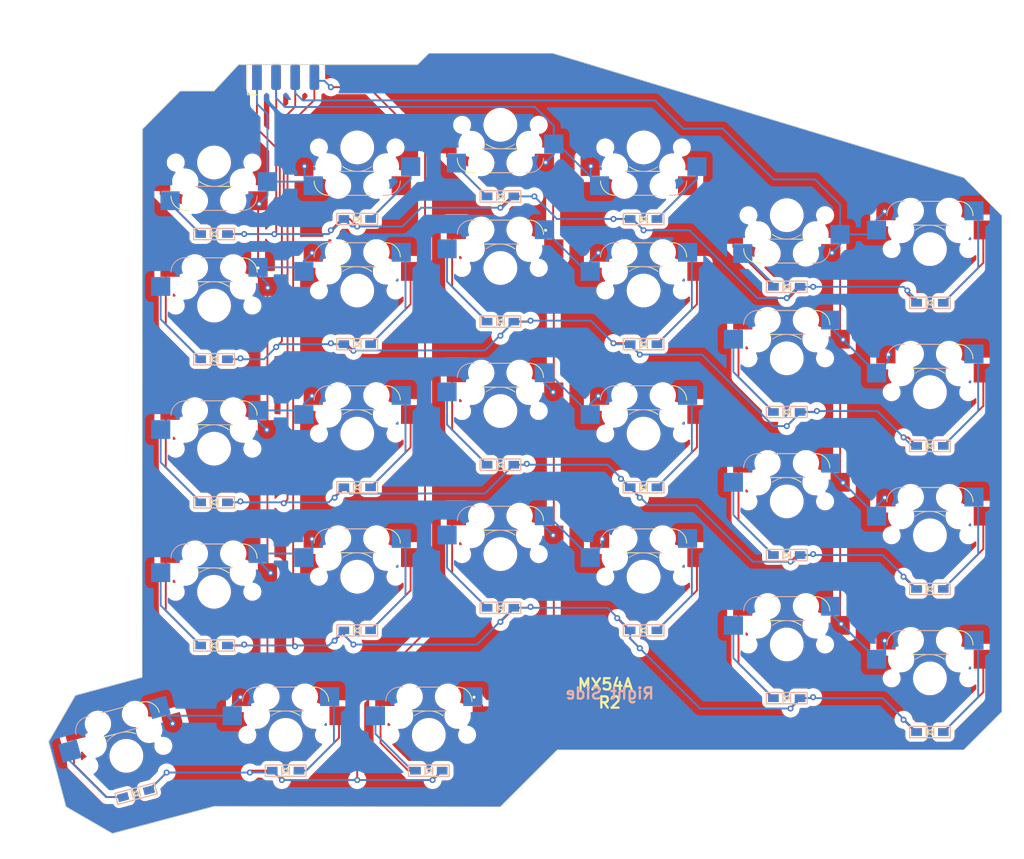
<source format=kicad_pcb>
(kicad_pcb (version 20221018) (generator pcbnew)
  (title_block (title "Pragmatic 54A (Duplex Matrix)") (date "2023-10-16") (rev "2.1") (company "Pragmatic Inc.") (comment 1 "by James Sa"))
  (layers (0 "F.Cu" signal) (31 "B.Cu" signal) (34 "B.Paste" user) (35 "F.Paste" user) (36 "B.SilkS" user "B.Silkscreen") (37 "F.SilkS" user "F.Silkscreen") (38 "B.Mask" user) (39 "F.Mask" user) (44 "Edge.Cuts" user))
  (net 0 "")
  (net 1 "Row 1")
  (net 2 "Net-(D1-A)")
  (net 3 "Net-(D2-K)")
  (net 4 "Net-(D3-A)")
  (net 5 "Net-(D4-K)")
  (net 6 "Net-(D5-A)")
  (net 7 "Net-(D6-K)")
  (net 8 "Net-(D7-A)")
  (net 9 "Net-(D8-K)")
  (net 10 "Net-(D9-A)")
  (net 11 "Net-(D10-K)")
  (net 12 "Net-(D11-A)")
  (net 13 "Net-(D12-K)")
  (net 14 "Row 2")
  (net 15 "Net-(D13-A)")
  (net 16 "Net-(D14-K)")
  (net 17 "Net-(D15-A)")
  (net 18 "Net-(D16-K)")
  (net 19 "Net-(D17-A)")
  (net 20 "Net-(D18-K)")
  (net 21 "Net-(D19-A)")
  (net 22 "Net-(D20-K)")
  (net 23 "Net-(D21-A)")
  (net 24 "Net-(D22-K)")
  (net 25 "Net-(D23-A)")
  (net 26 "Net-(D24-K)")
  (net 27 "Row 3")
  (net 28 "Net-(D25-A)")
  (net 29 "Net-(D26-K)")
  (net 30 "Net-(D27-A)")
  (net 31 "Net-(D28-K)")
  (net 32 "Net-(D29-A)")
  (net 33 "Net-(D30-K)")
  (net 34 "Net-(D31-A)")
  (net 35 "Net-(D32-K)")
  (net 36 "Net-(D33-A)")
  (net 37 "Net-(D34-K)")
  (net 38 "Net-(D35-A)")
  (net 39 "Net-(D36-K)")
  (net 40 "Row 4")
  (net 41 "Net-(D37-A)")
  (net 42 "Net-(D38-K)")
  (net 43 "Net-(D39-A)")
  (net 44 "Net-(D40-K)")
  (net 45 "Net-(D41-A)")
  (net 46 "Net-(D42-K)")
  (net 47 "Net-(D43-A)")
  (net 48 "Net-(D44-K)")
  (net 49 "Net-(D45-A)")
  (net 50 "Net-(D46-K)")
  (net 51 "Net-(D47-A)")
  (net 52 "Net-(D48-K)")
  (net 53 "Row 5")
  (net 54 "Net-(D52-K)")
  (net 55 "Net-(D53-A)")
  (net 56 "Net-(D54-K)")
  (net 57 "Net-(D55-A)")
  (net 58 "Net-(D56-K)")
  (net 59 "Net-(D57-A)")
  (net 60 "C12")
  (net 61 "C34")
  (net 62 "C56")
  (footprint "Keyboard_JSA:MX_Hotswap Reverse" (layer "F.Cu") (at 35.865 126.282 15)
    (fp_text reference "SW54" hide)
    (fp_text value "SW_Push_45deg" hide)
  )
  (footprint "Keyboard_JSA:MX_Hotswap" (layer "F.Cu") (at 123.5 111.5)
    (fp_text reference "SW47" hide)
    (fp_text value "SW_Push_45deg" hide)
  )
  (footprint "Keyboard_Foostan:D3_SMD_v2" (layer "F.Cu") (at 142.5 85.125)
    (fp_text reference "D13" hide)
    (fp_text value "1N4448W" hide)
  )
  (footprint "Keyboard_Foostan:D3_SMD_v2" (layer "F.Cu") (at 85.5 87.625)
    (fp_text reference "D28" hide)
    (fp_text value "1N4448W" hide)
  )
  (footprint "Keyboard_JSA:MX_Hotswap Reverse" (layer "F.Cu") (at 104.5 64.5)
    (fp_text reference "SW15" hide)
    (fp_text value "SW_Push_45deg" hide)
  )
  (footprint "Keyboard_JSA:MX_Hotswap" (layer "F.Cu") (at 47.5 104.5)
    (fp_text reference "SW43" hide)
    (fp_text value "SW_Push_45deg" hide)
  )
  (footprint "Keyboard_JSA:MX_Hotswap" (layer "F.Cu") (at 123.5 73.5)
    (fp_text reference "SW23" hide)
    (fp_text value "SW_Push_45deg" hide)
  )
  (footprint "Keyboard_JSA:MX_Hotswap Reverse" (layer "F.Cu") (at 104.5 83.5)
    (fp_text reference "SW27" hide)
    (fp_text value "SW_Push_45deg" hide)
  )
  (footprint "Keyboard_JSA:MX_Hotswap Reverse" (layer "F.Cu") (at 142.5 78)
    (fp_text reference "SW13" hide)
    (fp_text value "SW_Push_45deg" hide)
  )
  (footprint "Keyboard_Foostan:D3_SMD_v2" (layer "F.Cu") (at 85.5 52)
    (fp_text reference "D4" hide)
    (fp_text value "1N4448W" hide)
  )
  (footprint "Keyboard_JSA:MX_Hotswap Reverse" (layer "F.Cu") (at 142.5 59)
    (fp_text reference "SW1" hide)
    (fp_text value "SW_Push_45deg" hide)
  )
  (footprint "Keyboard_Foostan:D3_SMD_v2" (layer "F.Cu") (at 37.15 131.3 15)
    (fp_text reference "D54" hide)
    (fp_text value "1N4448W" hide)
  )
  (footprint "Keyboard_JSA:MX_Hotswap Reverse" (layer "F.Cu") (at 47.5 47.5 180)
    (fp_text reference "SW6" hide)
    (fp_text value "SW_Push_45deg" hide)
  )
  (footprint "Keyboard_Foostan:D3_SMD_v2" (layer "F.Cu") (at 47.5 92.625)
    (fp_text reference "D30" hide)
    (fp_text value "1N4448W" hide)
  )
  (footprint "Keyboard_Foostan:D3_SMD_v2" (layer "F.Cu") (at 142.5 123.125)
    (fp_text reference "D37" hide)
    (fp_text value "1N4448W" hide)
  )
  (footprint "Keyboard_JSA:MX_Hotswap" (layer "F.Cu") (at 142.5 78)
    (fp_text reference "SW24" hide)
    (fp_text value "SW_Push_45deg" hide)
  )
  (footprint "Keyboard_JSA:MX_Hotswap" (layer "F.Cu") (at 85.5 42.5 180)
    (fp_text reference "SW9" hide)
    (fp_text value "SW_Push_45deg" hide)
  )
  (footprint "Keyboard_JSA:MX_Hotswap" (layer "F.Cu") (at 104.5 45.5 180)
    (fp_text reference "SW10" hide)
    (fp_text value "SW_Push_45deg" hide)
  )
  (footprint "Keyboard_JSA:MX_Hotswap Reverse" (layer "F.Cu") (at 76 123.5)
    (fp_text reference "SW52" hide)
    (fp_text value "SW_Push_45deg" hide)
  )
  (footprint "Keyboard_JSA:MX_Hotswap Reverse" (layer "F.Cu") (at 66.5 83.5)
    (fp_text reference "SW29" hide)
    (fp_text value "SW_Push_45deg" hide)
  )
  (footprint "Keyboard_Foostan:D3_SMD_v2" (layer "F.Cu") (at 142.5 104.125)
    (fp_text reference "D25" hide)
    (fp_text value "1N4448W" hide)
  )
  (footprint "Keyboard_JSA:MX_Hotswap" (layer "F.Cu") (at 85.5 80.5)
    (fp_text reference "SW33" hide)
    (fp_text value "SW_Push_45deg" hide)
  )
  (footprint "Keyboard_Foostan:D3_SMD_v2" (layer "F.Cu") (at 57 128.25)
    (fp_text reference "D53" hide)
    (fp_text value "1N4448W" hide)
  )
  (footprint "Keyboard_Foostan:D3_SMD_v2" (layer "F.Cu") (at 123.5 64)
    (fp_text reference "D2" hide)
    (fp_text value "1N4448W" hide)
  )
  (footprint "Keyboard_JSA:MX_Hotswap" (layer "F.Cu") (at 104.5 64.5)
    (fp_text reference "SW22" hide)
    (fp_text value "SW_Push_45deg" hide)
  )
  (footprint "Keyboard_JSA:MX_Hotswap Reverse" (layer "F.Cu") (at 66.5 64.5)
    (fp_text reference "SW17" hide)
    (fp_text value "SW_Push_45deg" hide)
  )
  (footprint "Keyboard_JSA:MX_Hotswap" (layer "F.Cu") (at 76 123.5)
    (fp_text reference "SW57" hide)
    (fp_text value "SW_Push_45deg" hide)
  )
  (footprint "Keyboard_JSA:MX_Hotswap" (layer "F.Cu") (at 35.865 126.282 15)
    (fp_text reference "SW55" hide)
    (fp_text value "SW_Push_45deg" hide)
  )
  (footprint "Keyboard_JSA:MX_Hotswap Reverse" (layer "F.Cu") (at 66.5 102.5)
    (fp_text reference "SW41" hide)
    (fp_text value "SW_Push_45deg" hide)
  )
  (footprint "Keyboard_JSA:MX_Hotswap Reverse" (layer "F.Cu") (at 85.5 80.5)
    (fp_text reference "SW28" hide)
    (fp_text value "SW_Push_45deg" hide)
  )
  (footprint "Keyboard_JSA:MX_Hotswap" (layer "F.Cu") (at 123.5 54.5 180)
    (fp_text reference "SW11" hide)
    (fp_text value "SW_Push_45deg" hide)
  )
  (footprint "Keyboard_Foostan:D3_SMD_v2" (layer "F.Cu") (at 123.5 99.625)
    (fp_text reference "D26" hide)
    (fp_text value "1N4448W" hide)
  )
  (footprint "Keyboard_JSA:MX_Hotswap Reverse" (layer "F.Cu") (at 123.5 111.5)
    (fp_text reference "SW38" hide)
    (fp_text value "SW_Push_45deg" hide)
  )
  (footprint "Keyboard_JSA:MX_Hotswap" (layer "F.Cu") (at 85.5 61.5)
    (fp_text reference "SW21" hide)
    (fp_text value "SW_Push_45deg" hide)
  )
  (footprint "Keyboard_JSA:MX_Hotswap" (layer "F.Cu") (at 85.5 99.5)
    (fp_text reference "SW45" hide)
    (fp_text value "SW_Push_45deg" hide)
  )
  (footprint "Keyboard_JSA:MX_Hotswap" (layer "F.Cu") (at 47.5 66.5)
    (fp_text reference "SW19" hide)
    (fp_text value "SW_Push_45deg" hide)
  )
  (footprint "Keyboard_JSA:MX_Hotswap" (layer "F.Cu") (at 142.5 97)
    (fp_text reference "SW36" hide)
    (fp_text value "SW_Push_45deg" hide)
  )
  (footprint "Keyboard_JSA:MX_Hotswap Reverse" (layer "F.Cu") (at 123.5 54.5 180)
    (fp_text reference "SW2" hide)
    (fp_text value "SW_Push_45deg" hide)
  )
  (footprint "Keyboard_JSA:MX_Hotswap" (layer "F.Cu") (at 66.5 64.5)
    (fp_text reference "SW20" hide)
    (fp_text value "SW_Push_45deg" hide)
  )
  (footprint "Keyboard_Foostan:D3_SMD_v2" (layer "F.Cu") (at 47.5 73.625)
    (fp_text reference "D18" hide)
    (fp_text value "1N4448W" hide)
  )
  (footprint "Keyboard_Foostan:D3_SMD_v2" (layer "F.Cu") (at 104.5 55)
    (fp_text reference "D3" hide)
    (fp_text value "1N4448W" hide)
  )
  (footprint "Keyboard_JSA:MX_Hotswap" (layer "F.Cu") (at 104.5 83.5)
    (fp_text reference "SW34" hide)
    (fp_text value "SW_Push_45deg" hide)
  )
  (footprint "Keyboard_JSA:MX_Hotswap" (layer "F.Cu") (at 66.5 102.5)
    (fp_text reference "SW44" hide)
    (fp_text value "SW_Push_45deg" hide)
  )
  (footprint "Keyboard_JSA:MX_Hotswap" (layer "F.Cu") (at 142.5 116)
    (fp_text reference "SW48" hide)
    (fp_text value "SW_Push_45deg" hide)
  )
  (footprint "Keyboard_JSA:MX_Hotswap Reverse" (layer "F.Cu") (at 47.5 104.5)
    (fp_text reference "SW42" hide)
    (fp_text value "SW_Push_45deg" hide)
  )
  (footprint "Keyboard_JSA:MX_Hotswap" (layer "F.Cu") (at 104.5 102.5)
    (fp_text reference "SW46" hide)
    (fp_text value "SW_Push_45deg" hide)
  )
  (footprint "Keyboard_Foostan:D3_SMD_v2" (layer "F.Cu") (at 123.5 80.625)
    (fp_text reference "D14" hide)
    (fp_text value "1N4448W" hide)
  )
  (footprint "Keyboard_Foostan:D3_SMD_v2" (layer "F.Cu") (at 47.5 57)
    (fp_text reference "D6" hide)
    (fp_text value "1N4448W" hide)
  )
  (footprint "Keyboard_Foostan:D3_SMD_v2" (layer "F.Cu") (at 104.5 71.625)
    (fp_text reference "D15" hide)
    (fp_text value "1N4448W" hide)
  )
  (footprint "Keyboard_Foostan:D3_SMD_v2" (layer "F.Cu") (at 47.5 111.625)
    (fp_text reference "D42" hide)
    (fp_text value "1N4448W" hide)
  )
  (footprint "Keyboard_JSA:MX_Hotswap Reverse" (layer "F.Cu") (at 85.5 61.5)
    (fp_text reference "SW16" hide)
    (fp_text value "SW_Push_45deg" hide)
  )
  (footprint "Keyboard_Foostan:D3_SMD_v2" (layer "F.Cu") (at 123.5 118.625)
    (fp_text reference "D38" hide)
    (fp_text value "1N4448W" hide)
  )
  (footprint "Keyboard_JSA:matrix_connector" (layer "F.Cu") (at 57 34.5 -90)
    (fp_text reference "J1" hide)
    (fp_text value "Conn_02x04_Odd_Even")
    (fp_line (start 0 -4.75) (end 0 4.75) (stroke (width 0.12)) (layer "Edge.Cuts"))
  )
  (footprint "Keyboard_JSA:MX_Hotswap Reverse" (layer "F.Cu") (at 104.5 102.5)
    (fp_text reference "SW39" hide)
    (fp_text value "SW_Push_45deg" hide)
  )
  (footprint "Keyboard_Foostan:D3_SMD_v2" (layer "F.Cu") (at 66.5 109.625)
    (fp_text reference "D41" hide)
    (fp_text value "1N4448W" hide)
  )
  (footprint "Keyboard_JSA:MX_Hotswap" (layer "F.Cu") (at 66.5 45.5 180)
    (fp_text reference "SW8" hide)
    (fp_text value "SW_Push_45deg" hide)
  )
  (footprint "Keyboard_JSA:MX_Hotswap Reverse" (layer "F.Cu") (at 66.5 45.5 180)
    (fp_text reference "SW5" hide)
    (fp_text value "SW_Push_45deg" hide)
  )
  (footprint "Keyboard_Foostan:D3_SMD_v2" (layer "F.Cu") (at 66.5 55)
    (fp_text reference "D5" hide)
    (fp_text value "1N4448W" hide)
  )
  (footprint "Keyboard_JSA:MX_Hotswap" (layer "F.Cu") (at 66.5 83.5)
    (fp_text reference "SW32" hide)
    (fp_text value "SW_Push_45deg" hide)
  )
  (footprint "Keyboard_Foostan:D3_SMD_v2" (layer "F.Cu") (at 66.5 71.625)
    (fp_text reference "D17" hide)
    (fp_text value "1N4448W" hide)
  )
  (footprint "Keyboard_JSA:MX_Hotswap Reverse" (layer "F.Cu") (at 47.5 66.5)
    (fp_text reference "SW18" hide)
    (fp_text value "SW_Push_45deg" hide)
  )
  (footprint "Keyboard_JSA:MX_Hotswap Reverse" (layer "F.Cu") (at 123.5 92.5)
    (fp_text reference "SW26" hide)
    (fp_text value "SW_Push_45deg" hide)
  )
  (footprint "Keyboard_JSA:MX_Hotswap Reverse" (layer "F.Cu") (at 57 123.5)
    (fp_text reference "SW53" hide)
    (fp_text value "SW_Push_45deg" hide)
  )
  (footprint "Keyboard_JSA:MX_Hotswap Reverse" (layer "F.Cu") (at 85.5 42.5 180)
    (fp_text reference "SW4" hide)
    (fp_text value "SW_Push_45deg" hide)
  )
  (footprint "Keyboard_Foostan:D3_SMD_v2" (layer "F.Cu") (at 76 128.25)
    (fp_text reference "D52" hide)
    (fp_text value "1N4448W" hide)
  )
  (footprint "Keyboard_JSA:MX_Hotswap Reverse" (layer "F.Cu") (at 123.5 73.5)
    (fp_text reference "SW14" hide)
    (fp_text value "SW_Push_45deg" hide)
  )
  (footprint "Keyboard_Foostan:D3_SMD_v2" (layer "F.Cu") (at 85.5 106.625)
    (fp_text reference "D40" hide)
    (fp_text value "1N4448W" hide)
  )
  (footprint "Keyboard_JSA:MX_Hotswap Reverse" (layer "F.Cu") (at 142.5 116)
    (fp_text reference "SW37" hide)
    (fp_text value "SW_Push_45deg" hide)
  )
  (footprint "Keyboard_Foostan:D3_SMD_v2" (layer "F.Cu") (at 66.5 90.625)
    (fp_text reference "D29" hide)
    (fp_text value "1N4448W" hide)
  )
  (footprint "Keyboard_JSA:MX_Hotswap" (layer "F.Cu") (at 142.5 59)
    (fp_text reference "SW12" hide)
    (fp_text value "SW_Push_45deg" hide)
  )
  (footprint "Keyboard_JSA:MX_Hotswap" (layer "F.Cu") (at 47.5 85.5)
    (fp_text reference "SW31" hide)
    (fp_text value "SW_Push_45deg" hide)
  )
  (footprint "Keyboard_Foostan:D3_SMD_v2" (layer "F.Cu") (at 104.5 109.625)
    (fp_text reference "D39" hide)
    (fp_text value "1N4448W" hide)
  )
  (footprint "Keyboard_JSA:MX_Hotswap Reverse" (layer "F.Cu") (at 142.5 97)
    (fp_text reference "SW25" hide)
    (fp_text value "SW_Push_45deg" hide)
  )
  (footprint "Keyboard_JSA:MX_Hotswap" (layer "F.Cu") (at 123.5 92.5)
    (fp_text reference "SW35" hide)
    (fp_text value "SW_Push_45deg" hide)
  )
  (footprint "Keyboard_JSA:MX_Hotswap Reverse" (layer "F.Cu") (at 47.5 85.5)
    (fp_text reference "SW30" hide)
    (fp_text value "SW_Push_45deg" hide)
  )
  (footprint "Keyboard_Foostan:D3_SMD_v2" (layer "F.Cu") (at 104.5 90.625)
    (fp_text reference "D27" hide)
    (fp_text value "1N4448W" hide)
  )
  (footprint "Keyboard_JSA:MX_Hotswap" (layer "F.Cu") (at 57 123.5)
    (fp_text reference "SW56" hide)
    (fp_text value "SW_Push_45deg" hide)
  )
  (footprint "Keyboard_JSA:MX_Hotswap" (layer "F.Cu") (at 47.5 47.5 180)
    (fp_text reference "SW7" hide)
    (fp_text value "SW_Push_45deg" hide)
  )
  (footprint "Keyboard_JSA:MX_Hotswap Reverse" (layer "F.Cu") (at 104.5 45.5 180)
    (fp_text reference "SW3" hide)
    (fp_text value "SW_Push_45deg" hide)
  )
  (footprint "Keyboard_JSA:MX_Hotswap Reverse" (layer "F.Cu") (at 85.5 99.5)
    (fp_text reference "SW40" hide)
    (fp_text value "SW_Push_45deg" hide)
  )
  (footprint "Keyboard_Foostan:D3_SMD_v2" (layer "F.Cu") (at 85.5 68.625)
    (fp_text reference "D16" hide)
    (fp_text value "1N4448W" hide)
  )
  (footprint "Keyboard_Foostan:D3_SMD_v2" (layer "F.Cu") (at 142.5 66.125)
    (fp_text reference "D1" hide)
    (fp_text value "1N4448W" hide)
  )
  (footprint "Keyboard_Foostan:D3_SMD_v2" (layer "B.Cu") (at 66.5 71.625 180)
    (fp_text reference "D20" hide)
    (fp_text value "1N4448W" hide)
  )
  (footprint "Keyboard_Foostan:D3_SMD_v2" (layer "B.Cu") (at 47.5 57 180)
    (fp_text reference "D7" hide)
    (fp_text value "1N4448W" hide)
  )
  (footprint "Keyboard_Foostan:D3_SMD_v2" (layer "B.Cu") (at 66.5 55 180)
    (fp_text reference "D8" hide)
    (fp_text value "1N4448W" hide)
  )
  (footprint "Keyboard_Foostan:D3_SMD_v2" (layer "B.Cu") (at 123.5 99.625 180)
    (fp_text reference "D35" hide)
    (fp_text value "1N4448W" hide)
  )
  (footprint "Keyboard_Foostan:D3_SMD_v2" (layer "B.Cu") (at 66.5 90.625 180)
    (fp_text reference "D32" hide)
    (fp_text value "1N4448W" hide)
  )
  (footprint "Keyboard_Foostan:D3_SMD_v2" (layer "B.Cu") (at 104.5 55 180)
    (fp_text reference "D10" hide)
    (fp_text value "1N4448W" hide)
  )
  (footprint "Keyboard_Foostan:D3_SMD_v2" (layer "B.Cu") (at 123.5 64 180)
    (fp_text reference "D11" hide)
    (fp_text value "1N4448W" hide)
  )
  (footprint "Keyboard_Foostan:D3_SMD_v2" (layer "B.Cu") (at 85.5 106.625 180)
    (fp_text reference "D45" hide)
    (fp_text value "1N4448W" hide)
  )
  (footprint "Keyboard_Foostan:D3_SMD_v2" (layer "B.Cu") (at 142.5 123.125 180)
    (fp_text reference "D48" hide)
    (fp_text value "1N4448W" hide)
  )
  (footprint "Keyboard_Foostan:D3_SMD_v2" (layer "B.Cu") (at 142.5 104.125 180)
    (fp_text reference "D36" hide)
    (fp_text value "1N4448W" hide)
  )
  (footprint "Keyboard_Foostan:D3_SMD_v2" (layer "B.Cu") (at 47.5 111.625 180)
    (fp_text reference "D43" hide)
    (fp_text value "1N4448W" hide)
  )
  (footprint "Keyboard_Foostan:D3_SMD_v2" (layer "B.Cu") (at 142.5 66.125 180)
    (fp_text reference "D12" hide)
    (fp_text value "1N4448W" hide)
  )
  (footprint "Keyboard_Foostan:D3_SMD_v2" (layer "B.Cu") (at 85.5 52 180)
    (fp_text reference "D9" hide)
    (fp_text value "1N4448W" hide)
  )
  (footprint "Keyboard_Foostan:D3_SMD_v2" (layer "B.Cu") (at 47.5 73.625 180)
    (fp_text reference "D19" hide)
    (fp_text value "1N4448W" hide)
  )
  (footprint "Keyboard_Foostan:D3_SMD_v2" (layer "B.Cu") (at 57 128.25 180)
    (fp_text reference "D56" hide)
    (fp_text value "1N4448W" hide)
  )
  (footprint "Keyboard_Foostan:D3_SMD_v2" (layer "B.Cu") (at 85.5 68.625 180)
    (fp_text reference "D21" hide)
    (fp_text value "1N4448W" hide)
  )
  (footprint "Keyboard_Foostan:D3_SMD_v2" (layer "B.Cu") (at 37.15 131.3 -165)
    (fp_text reference "D55" hide)
    (fp_text value "1N4448W" hide)
  )
  (footprint "Keyboard_Foostan:D3_SMD_v2" (layer "B.Cu") (at 104.5 90.625 180)
    (fp_text reference "D34" hide)
    (fp_text value "1N4448W" hide)
  )
  (footprint "Keyboard_Foostan:D3_SMD_v2" (layer "B.Cu") (at 104.5 109.625 180)
    (fp_text reference "D46" hide)
    (fp_text value "1N4448W" hide)
  )
  (footprint "Keyboard_Foostan:D3_SMD_v2" (layer "B.Cu") (at 47.5 92.625 180)
    (fp_text reference "D31" hide)
    (fp_text value "1N4448W" hide)
  )
  (footprint "Keyboard_Foostan:D3_SMD_v2" (layer "B.Cu") (at 123.5 118.625 180)
    (fp_text reference "D47" hide)
    (fp_text value "1N4448W" hide)
  )
  (footprint "Keyboard_Foostan:D3_SMD_v2" (layer "B.Cu") (at 76 128.25 180)
    (fp_text reference "D57" hide)
    (fp_text value "1N4448W" hide)
  )
  (footprint "Keyboard_Foostan:D3_SMD_v2" (layer "B.Cu") (at 142.5 85.125 180)
    (fp_text reference "D24" hide)
    (fp_text value "1N4448W" hide)
  )
  (footprint "Keyboard_Foostan:D3_SMD_v2" (layer "B.Cu") (at 85.5 87.625 180)
    (fp_text reference "D33" hide)
    (fp_text value "1N4448W" hide)
  )
  (footprint "Keyboard_Foostan:D3_SMD_v2" (layer "B.Cu") (at 66.5 109.625 180)
    (fp_text reference "D44" hide)
    (fp_text value "1N4448W" hide)
  )
  (footprint "Keyboard_Foostan:D3_SMD_v2" (layer "B.Cu") (at 104.5 71.625 180)
    (fp_text reference "D22" hide)
    (fp_text value "1N4448W" hide)
  )
  (footprint "Keyboard_Foostan:D3_SMD_v2" (layer "B.Cu") (at 123.5 80.625 180)
    (fp_text reference "D23" hide)
    (fp_text value "1N4448W" hide)
  )
  (gr_line (start 38 43.05) (end 43 38) (stroke (width 0.1)) (layer "Edge.Cuts"))
  (gr_line (start 85.5 133.05) (end 93.05 125.5) (stroke (width 0.1)) (layer "Edge.Cuts"))
  (gr_line (start 147 49.5) (end 152.05 54.55) (stroke (width 0.1)) (layer "Edge.Cuts"))
  (gr_line (start 76 33) (end 74.5 34.5) (stroke (width 0.1)) (layer "Edge.Cuts"))
  (gr_line (start 50.75 34.5) (end 47.5 38) (stroke (width 0.1)) (layer "Edge.Cuts"))
  (gr_line (start 152.05 54.55) (end 152.05 120.45) (stroke (width 0.1)) (layer "Edge.Cuts"))
  (gr_line (start 29.1 118.25) (end 37.95 115.85) (stroke (width 0.1)) (layer "Edge.Cuts"))
  (gr_line (start 76 33) (end 92.5 33) (stroke (width 0.1)) (layer "Edge.Cuts"))
  (gr_line (start 147 125.5) (end 93.05 125.5) (stroke (width 0.1)) (layer "Edge.Cuts"))
  (gr_line (start 92.5 33) (end 147 49.5) (stroke (width 0.1)) (layer "Edge.Cuts"))
  (gr_line (start 47.5 38) (end 43 38) (stroke (width 0.1)) (layer "Edge.Cuts"))
  (gr_line (start 25.55 124.4) (end 29.1 118.25) (stroke (width 0.1)) (layer "Edge.Cuts"))
  (gr_line (start 37.95 115.85) (end 38 43.05) (stroke (width 0.1)) (layer "Edge.Cuts"))
  (gr_line (start 27.85 133.05) (end 34 136.6) (stroke (width 0.1)) (layer "Edge.Cuts"))
  (gr_line (start 61.75 34.5) (end 74.5 34.5) (stroke (width 0.1)) (layer "Edge.Cuts"))
  (gr_line (start 147 125.5) (end 152.05 120.45) (stroke (width 0.1)) (layer "Edge.Cuts"))
  (gr_line (start 47.5 133) (end 34 136.6) (stroke (width 0.1)) (layer "Edge.Cuts"))
  (gr_line (start 85.5 133.05) (end 47.5 133) (stroke (width 0.1)) (layer "Edge.Cuts"))
  (gr_line (start 27.85 133.05) (end 25.55 124.4) (stroke (width 0.1)) (layer "Edge.Cuts"))
  (gr_line (start 52.25 34.5) (end 50.75 34.5) (stroke (width 0.1)) (layer "Edge.Cuts"))
  (gr_text "Right Side" (at 100 118) (layer "B.SilkS") (effects (font (size 1.5 1.5) (thickness 0.3) bold) (justify mirror)))
  (gr_text "MX54A \nR2" (at 100 118) (layer "F.SilkS") (effects (font (size 1.5 1.5) (thickness 0.3) bold)))
  (segment (start 100.5 55) (end 102.725 55) (width 0.25) (layer "F.Cu") (net 1))
  (segment (start 102.725 55) (end 103 55) (width 0.25) (layer "F.Cu") (net 1))
  (segment (start 87.275 52) (end 90 52) (width 0.25) (layer "F.Cu") (net 1))
  (segment (start 64.5 55) (end 63 56.5) (width 0.25) (layer "F.Cu") (net 1))
  (segment (start 53.19 37.200125) (end 53.19 42.99) (width 0.25) (layer "F.Cu") (net 1))
  (segment (start 64.725 55) (end 64.5 55) (width 0.25) (layer "F.Cu") (net 1))
  (segment (start 103 55) (end 104.5 56.5) (width 0.25) (layer "F.Cu") (net 1))
  (segment (start 64.725 55) (end 65.5 55) (width 0.25) (layer "F.Cu") (net 1))
  (segment (start 139.5 64.9) (end 140.725 66.125) (width 0.25) (layer "F.Cu") (net 1))
  (segment (start 49.275 57) (end 51.5 57) (width 0.25) (layer "F.Cu") (net 1))
  (segment (start 123.775 65.5) (end 125.275 64) (width 0.25) (layer "F.Cu") (net 1))
  (segment (start 65.5 55) (end 66.5 56) (width 0.25) (layer "F.Cu") (net 1))
  (segment (start 55.75 45.55) (end 55.75 56.762653) (width 0.25) (layer "F.Cu") (net 1))
  (segment (start 125.275 64) (end 127 64) (width 0.25) (layer "F.Cu") (net 1))
  (segment (start 55.75 56.762653) (end 55.5 57.012653) (width 0.25) (layer "F.Cu") (net 1))
  (segment (start 87 52) (end 85.5 53.5) (width 0.25) (layer "F.Cu") (net 1))
  (segment (start 123.5 65.5) (end 123.775 65.5) (width 0.25) (layer "F.Cu") (net 1))
  (segment (start 139.5 64.5) (end 139.5 64.9) (width 0.25) (layer "F.Cu") (net 1))
  (segment (start 87.275 52) (end 87 52) (width 0.25) (layer "F.Cu") (net 1))
  (segment (start 53.19 42.99) (end 55.75 45.55) (width 0.25) (layer "F.Cu") (net 1))
  (via (at 55.5 57.012653) (size 0.8) (drill 0.4) (layers "F.Cu" "B.Cu") (net 1))
  (via (at 51.5 57) (size 0.8) (drill 0.4) (layers "F.Cu" "B.Cu") (net 1))
  (via (at 90 52) (size 0.8) (drill 0.4) (layers "F.Cu" "B.Cu") (net 1))
  (via (at 139.5 64.5) (size 0.8) (drill 0.4) (layers "F.Cu" "B.Cu") (net 1))
  (via (at 85.5 53.5) (size 0.8) (drill 0.4) (layers "F.Cu" "B.Cu") (net 1))
  (via (at 100.5 55) (size 0.8) (drill 0.4) (layers "F.Cu" "B.Cu") (net 1))
  (via (at 66.5 56) (size 0.8) (drill 0.4) (layers "F.Cu" "B.Cu") (net 1))
  (via (at 63 56.5) (size 0.8) (drill 0.4) (layers "F.Cu" "B.Cu") (net 1))
  (via (at 123.5 65.5) (size 0.8) (drill 0.4) (layers "F.Cu" "B.Cu") (net 1))
  (via (at 104.5 56.5) (size 0.8) (drill 0.4) (layers "F.Cu" "B.Cu") (net 1))
  (via (at 127 64) (size 0.8) (drill 0.4) (layers "F.Cu" "B.Cu") (net 1))
  (segment (start 102.725 55) (end 103 55) (width 0.25) (layer "B.Cu") (net 1))
  (segment (start 87.275 52) (end 90 52) (width 0.25) (layer "B.Cu") (net 1))
  (segment (start 72.5 56) (end 75 53.5) (width 0.25) (layer "B.Cu") (net 1))
  (segment (start 125 64) (end 123.5 65.5) (width 0.25) (layer "B.Cu") (net 1))
  (segment (start 49.275 57) (end 62.725 57) (width 0.25) (layer "B.Cu") (net 1))
  (segment (start 139 64) (end 139.5 64.5) (width 0.25) (layer "B.Cu") (net 1))
  (segment (start 127 64) (end 125.275 64) (width 0.25) (layer "B.Cu") (net 1))
  (segment (start 110.597 56.5) (end 119.597 65.5) (width 0.25) (layer "B.Cu") (net 1))
  (segment (start 119.597 65.5) (end 123.5 65.5) (width 0.25) (layer "B.Cu") (net 1))
  (segment (start 85.775 53.5) (end 87.275 52) (width 0.25) (layer "B.Cu") (net 1))
  (segment (start 64.725 55) (end 65.725 56) (width 0.25) (layer "B.Cu") (net 1))
  (segment (start 93 55) (end 100.5 55) (width 0.25) (layer "B.Cu") (net 1))
  (segment (start 62.725 57) (end 64.725 55) (width 0.25) (layer "B.Cu") (net 1))
  (segment (start 127 64) (end 139 64) (width 0.25) (layer "B.Cu") (net 1))
  (segment (start 90 52) (end 93 55) (width 0.25) (layer "B.Cu") (net 1))
  (segment (start 104.5 56.5) (end 110.597 56.5) (width 0.25) (layer "B.Cu") (net 1))
  (segment (start 125.275 64) (end 125 64) (width 0.25) (layer "B.Cu") (net 1))
  (segment (start 140.725 65.725) (end 139.5 64.5) (width 0.25) (layer "B.Cu") (net 1))
  (segment (start 75 53.5) (end 85.775 53.5) (width 0.25) (layer "B.Cu") (net 1))
  (segment (start 65.725 56) (end 72.5 56) (width 0.25) (layer "B.Cu") (net 1))
  (segment (start 102.725 55) (end 100.5 55) (width 0.25) (layer "B.Cu") (net 1))
  (segment (start 103 55) (end 104.5 56.5) (width 0.25) (layer "B.Cu") (net 1))
  (segment (start 140.725 66.125) (end 140.725 65.725) (width 0.25) (layer "B.Cu") (net 1))
  (segment (start 149.585 60.815) (end 144.275 66.125) (width 0.25) (layer "F.Cu") (net 2))
  (segment (start 149.585 56.46) (end 149.585 60.815) (width 0.25) (layer "F.Cu") (net 2))
  (segment (start 116.415 58.69) (end 121.725 64) (width 0.25) (layer "F.Cu") (net 3))
  (segment (start 116.415 57.04) (end 116.415 58.69) (width 0.25) (layer "F.Cu") (net 3))
  (segment (start 110.342 50.933) (end 106.275 55) (width 0.25) (layer "F.Cu") (net 4))
  (segment (start 110.342 50.58) (end 110.342 50.933) (width 0.25) (layer "F.Cu") (net 4))
  (segment (start 78.415 46.69) (end 83.725 52) (width 0.25) (layer "F.Cu") (net 5))
  (segment (start 78.415 45.04) (end 78.415 46.69) (width 0.25) (layer "F.Cu") (net 5))
  (segment (start 72.342 50.58) (end 72.342 50.933) (width 0.25) (layer "F.Cu") (net 6))
  (segment (start 72.342 50.933) (end 68.275 55) (width 0.25) (layer "F.Cu") (net 6))
  (segment (start 40.415 51.69) (end 45.725 57) (width 0.25) (layer "F.Cu") (net 7))
  (segment (start 40.415 50.04) (end 40.415 51.69) (width 0.25) (layer "F.Cu") (net 7))
  (segment (start 41.658 52.933) (end 45.725 57) (width 0.25) (layer "B.Cu") (net 8))
  (segment (start 41.658 52.58) (end 41.658 52.933) (width 0.25) (layer "B.Cu") (net 8))
  (segment (start 73.585 49.69) (end 68.275 55) (width 0.25) (layer "B.Cu") (net 9))
  (segment (start 73.585 48.04) (end 73.585 49.69) (width 0.25) (layer "B.Cu") (net 9))
  (segment (start 79.658 47.58) (end 79.658 47.933) (width 0.25) (layer "B.Cu") (net 10))
  (segment (start 79.658 47.933) (end 83.725 52) (width 0.25) (layer "B.Cu") (net 10))
  (segment (start 111.585 49.69) (end 106.275 55) (width 0.25) (layer "B.Cu") (net 11))
  (segment (start 111.585 48.04) (end 111.585 49.69) (width 0.25) (layer "B.Cu") (net 11))
  (segment (start 121.725 63.647) (end 121.725 64) (width 0.25) (layer "B.Cu") (net 12))
  (segment (start 117.658 59.58) (end 121.725 63.647) (width 0.25) (layer "B.Cu") (net 12))
  (segment (start 148.905 61.495) (end 144.275 66.125) (width 0.25) (layer "B.Cu") (net 13))
  (segment (start 148.905 54.483) (end 148.905 61.495) (width 0.25) (layer "B.Cu") (net 13))
  (segment (start 56.5 55.75) (end 56.5 71.25) (width 0.25) (layer "F.Cu") (net 14))
  (segment (start 50.875 73.625) (end 51 73.5) (width 0.25) (layer "F.Cu") (net 14))
  (segment (start 55.73 38.23) (end 55.73 36.151) (width 0.25) (layer "F.Cu") (net 14))
  (segment (start 89.375 68.625) (end 89.5 68.5) (width 0.25) (layer "F.Cu") (net 14))
  (segment (start 55.75 43.35) (end 56.225 43.825) (width 0.25) (layer "F.Cu") (net 14))
  (segment (start 87.275 68.625) (end 85.5 70.4) (width 0.25) (layer "F.Cu") (net 14))
  (segment (start 49.275 73.625) (end 50.875 73.625) (width 0.25) (layer "F.Cu") (net 14))
  (segment (start 102.725 71.625) (end 102.725 71.725) (width 0.25) (layer "F.Cu") (net 14))
  (segment (start 123.5 82.5) (end 125.275 80.725) (width 0.25) (layer "F.Cu") (net 14))
  (segment (start 63.125 71.625) (end 63 71.5) (width 0.25) (layer "F.Cu") (net 14))
  (segment (start 125.275 80.725) (end 125.275 80.625) (width 0.25) (layer "F.Cu") (net 14))
  (segment (start 56.225 55.475) (end 56.5 55.75) (width 0.25) (layer "F.Cu") (net 14))
  (segment (start 56.5 71.25) (end 55.75 72) (width 0.25) (layer "F.Cu") (net 14))
  (segment (start 102.725 71.725) (end 104 73) (width 0.25) (layer "F.Cu") (net 14))
  (segment (start 55.75 38.25) (end 55.73 38.23) (width 0.25) (layer "F.Cu") (net 14))
  (segment (start 87.275 68.625) (end 89.375 68.625) (width 0.25) (layer "F.Cu") (net 14))
  (segment (start 102.6 71.5) (end 102.725 71.625) (width 0.25) (layer "F.Cu") (net 14))
  (segment (start 139.6 84) (end 140.725 85.125) (width 0.25) (layer "F.Cu") (net 14))
  (segment (start 56.225 43.825) (end 56.225 55.475) (width 0.25) (layer "F.Cu") (net 14))
  (segment (start 125.275 80.625) (end 127.375 80.625) (width 0.25) (layer "F.Cu") (net 14))
  (segment (start 139 84) (end 139.6 84) (width 0.25) (layer "F.Cu") (net 14))
  (segment (start 64.725 71.625) (end 65.125 71.625) (width 0.25) (layer "F.Cu") (net 14))
  (segment (start 65.125 71.625) (end 66 72.5) (width 0.25) (layer "F.Cu") (net 14))
  (segment (start 64.725 71.625) (end 63.125 71.625) (width 0.25) (layer "F.Cu") (net 14))
  (segment (start 85.5 70.4) (end 85.5 70.5) (width 0.25) (layer "F.Cu") (net 14))
  (segment (start 100.5 71.5) (end 102.6 71.5) (width 0.25) (layer "F.Cu") (net 14))
  (segment (start 55.75 38.25) (end 55.75 43.35) (width 0.25) (layer "F.Cu") (net 14))
  (segment (start 127.375 80.625) (end 127.5 80.5) (width 0.25) (layer "F.Cu") (net 14))
  (via (at 63 71.5) (size 0.8) (drill 0.4) (layers "F.Cu" "B.Cu") (net 14))
  (via (at 104 73) (size 0.8) (drill 0.4) (layers "F.Cu" "B.Cu") (net 14))
  (via (at 100.5 71.5) (size 0.8) (drill 0.4) (layers "F.Cu" "B.Cu") (net 14))
  (via (at 139 84) (size 0.8) (drill 0.4) (layers "F.Cu" "B.Cu") (net 14))
  (via (at 55.75 72) (size 0.8) (drill 0.4) (layers "F.Cu" "B.Cu") (net 14))
  (via (at 123.5 82.5) (size 0.8) (drill 0.4) (layers "F.Cu" "B.Cu") (net 14))
  (via (at 89.5 68.5) (size 0.8) (drill 0.4) (layers "F.Cu" "B.Cu") (net 14))
  (via (at 85.5 70.5) (size 0.8) (drill 0.4) (layers "F.Cu" "B.Cu") (net 14))
  (via (at 66 72.5) (size 0.8) (drill 0.4) (layers "F.Cu" "B.Cu") (net 14))
  (via (at 127.5 80.5) (size 0.8) (drill 0.4) (layers "F.Cu" "B.Cu") (net 14))
  (via (at 51 73.5) (size 0.8) (drill 0.4) (layers "F.Cu" "B.Cu") (net 14))
  (segment (start 121.75 82.5) (end 123.5 82.5) (width 0.25) (layer "B.Cu") (net 14))
  (segment (start 54.125 73.625) (end 55.75 72) (width 0.25) (layer "B.Cu") (net 14))
  (segment (start 112.25 73) (end 121.75 82.5) (width 0.25) (layer "B.Cu") (net 14))
  (segment (start 65.55 72.45) (end 83.45 72.45) (width 0.25) (layer "B.Cu") (net 14))
  (segment (start 127.375 80.625) (end 127.5 80.5) (width 0.25) (layer "B.Cu") (net 14))
  (segment (start 127.5 80.5) (end 135.5 80.5) (width 0.25) (layer "B.Cu") (net 14))
  (segment (start 102.725 71.725) (end 104 73) (width 0.25) (layer "B.Cu") (net 14))
  (segment (start 125.275 80.725) (end 125.275 80.625) (width 0.25) (layer "B.Cu") (net 14))
  (segment (start 102.725 71.625) (end 102.725 71.725) (width 0.25) (layer "B.Cu") (net 14))
  (segment (start 49.275 73.625) (end 54.125 73.625) (width 0.25) (layer "B.Cu") (net 14))
  (segment (start 56.125 71.625) (end 55.75 72) (width 0.25) (layer "B.Cu") (net 14))
  (segment (start 97.5 68.5) (end 100.5 71.5) (width 0.25) (layer "B.Cu") (net 14))
  (segment (start 87.275 68.625) (end 89.375 68.625) (width 0.25) (layer "B.Cu") (net 14))
  (segment (start 64.725 71.625) (end 65.55 72.45) (width 0.25) (layer "B.Cu") (net 14))
  (segment (start 125.275 80.625) (end 127.375 80.625) (width 0.25) (layer "B.Cu") (net 14))
  (segment (start 83.45 72.45) (end 87.275 68.625) (width 0.25) (layer "B.Cu") (net 14))
  (segment (start 135.5 80.5) (end 139 84) (width 0.25) (layer "B.Cu") (net 14))
  (segment (start 104 73) (end 112.25 73) (width 0.25) (layer "B.Cu") (net 14))
  (segment (start 140.725 85.125) (end 140.125 85.125) (width 0.25) (layer "B.Cu") (net 14))
  (segment (start 140.125 85.125) (end 139 84) (width 0.25) (layer "B.Cu") (net 14))
  (segment (start 102.725 71.625) (end 100.625 71.625) (width 0.25) (layer "B.Cu") (net 14))
  (segment (start 89.5 68.5) (end 97.5 68.5) (width 0.25) (layer "B.Cu") (net 14))
  (segment (start 123.5 82.5) (end 125.275 80.725) (width 0.25) (layer "B.Cu") (net 14))
  (segment (start 64.725 71.625) (end 56.125 71.625) (width 0.25) (layer "B.Cu") (net 14))
  (segment (start 100.625 71.625) (end 100.5 71.5) (width 0.25) (layer "B.Cu") (net 14))
  (segment (start 89.375 68.625) (end 89.5 68.5) (width 0.25) (layer "B.Cu") (net 14))
  (segment (start 149.585 79.815) (end 144.275 85.125) (width 0.25) (layer "F.Cu") (net 15))
  (segment (start 149.585 75.46) (end 149.585 79.815) (width 0.25) (layer "F.Cu") (net 15))
  (segment (start 117.095 68.983) (end 117.095 75.995) (width 0.25) (layer "F.Cu") (net 16))
  (segment (start 117.658 68.42) (end 117.095 68.983) (width 0.25) (layer "F.Cu") (net 16))
  (segment (start 117.095 75.995) (end 121.725 80.625) (width 0.25) (layer "F.Cu") (net 16))
  (segment (start 111.585 61.96) (end 111.585 66.315) (width 0.25) (layer "F.Cu") (net 17))
  (segment (start 111.585 66.315) (end 106.275 71.625) (width 0.25) (layer "F.Cu") (net 17))
  (segment (start 79.095 63.995) (end 83.725 68.625) (width 0.25) (layer "F.Cu") (net 18))
  (segment (start 79.095 56.983) (end 79.095 63.995) (width 0.25) (layer "F.Cu") (net 18))
  (segment (start 79.658 56.42) (end 79.095 56.983) (width 0.25) (layer "F.Cu") (net 18))
  (segment (start 73.585 61.96) (end 73.585 66.315) (width 0.25) (layer "F.Cu") (net 19))
  (segment (start 73.585 66.315) (end 68.275 71.625) (width 0.25) (layer "F.Cu") (net 19))
  (segment (start 41.095 68.995) (end 45.725 73.625) (width 0.25) (layer "F.Cu") (net 20))
  (segment (start 41.095 61.983) (end 41.095 68.995) (width 0.25) (layer "F.Cu") (net 20))
  (segment (start 41.658 61.42) (end 41.095 61.983) (width 0.25) (layer "F.Cu") (net 20))
  (segment (start 40.415 63.96) (end 40.415 68.315) (width 0.25) (layer "B.Cu") (net 21))
  (segment (start 40.415 68.315) (end 45.725 73.625) (width 0.25) (layer "B.Cu") (net 21))
  (segment (start 72.905 59.983) (end 72.905 66.995) (width 0.25) (layer "B.Cu") (net 22))
  (segment (start 72.905 66.995) (end 68.275 71.625) (width 0.25) (layer "B.Cu") (net 22))
  (segment (start 72.342 59.42) (end 72.905 59.983) (width 0.25) (layer "B.Cu") (net 22))
  (segment (start 78.415 58.96) (end 78.415 63.315) (width 0.25) (layer "B.Cu") (net 23))
  (segment (start 78.415 63.315) (end 83.725 68.625) (width 0.25) (layer "B.Cu") (net 23))
  (segment (start 110.342 59.42) (end 110.905 59.983) (width 0.25) (layer "B.Cu") (net 24))
  (segment (start 110.905 66.995) (end 106.275 71.625) (width 0.25) (layer "B.Cu") (net 24))
  (segment (start 110.905 59.983) (end 110.905 66.995) (width 0.25) (layer "B.Cu") (net 24))
  (segment (start 116.415 70.96) (end 116.415 75.315) (width 0.25) (layer "B.Cu") (net 25))
  (segment (start 116.415 75.315) (end 121.725 80.625) (width 0.25) (layer "B.Cu") (net 25))
  (segment (start 148.905 73.483) (end 148.905 80.495) (width 0.25) (layer "B.Cu") (net 26))
  (segment (start 148.905 80.495) (end 144.275 85.125) (width 0.25) (layer "B.Cu") (net 26))
  (segment (start 87.275 87.625) (end 88.875 87.625) (width 0.25) (layer "F.Cu") (net 27))
  (segment (start 57.25 54.75) (end 57.25 92.25) (width 0.25) (layer "F.Cu") (net 27))
  (segment (start 56.75 54.25) (end 57.25 54.75) (width 0.25) (layer "F.Cu") (net 27))
  (segment (start 49.275 92.625) (end 50.875 92.625) (width 0.25) (layer "F.Cu") (net 27))
  (segment (start 102.725 90.625) (end 102.725 90.725) (width 0.25) (layer "F.Cu") (net 27))
  (segment (start 102.725 90.625) (end 102.625 90.625) (width 0.25) (layer "F.Cu") (net 27))
  (segment (start 124.875 99.625) (end 124 100.5) (width 0.25) (layer "F.Cu") (net 27))
  (segment (start 102.625 90.625) (end 101.5 89.5) (width 0.25) (layer "F.Cu") (net 27))
  (segment (start 64.725 90.625) (end 64.725 90.775) (width 0.25) (layer "F.Cu") (net 27))
  (segment (start 64.725 90.775) (end 63.5 92) (width 0.25) (layer "F.Cu") (net 27))
  (segment (start 58.27 37.23) (end 58.27 40.08) (width 0.25) (layer "F.Cu") (net 27))
  (segment (start 126.875 99.625) (end 127 99.5) (width 0.25) (layer "F.Cu") (net 27))
  (segment (start 57.25 92.25) (end 56.75 92.75) (width 0.25) (layer "F.Cu") (net 27))
  (segment (start 50.875 92.625) (end 51 92.5) (width 0.25) (layer "F.Cu") (net 27))
  (segment (start 58.27 40.08) (end 56.75 41.6) (width 0.25) (layer "F.Cu") (net 27))
  (segment (start 140.625 104.125) (end 139 102.5) (width 0.25) (layer "F.Cu") (net 27))
  (segment (start 125.275 99.625) (end 124.875 99.625) (width 0.25) (layer "F.Cu") (net 27))
  (segment (start 88.875 87.625) (end 89 87.5) (width 0.25) (layer "F.Cu") (net 27))
  (segment (start 125.275 99.625) (end 126.875 99.625) (width 0.25) (layer "F.Cu") (net 27))
  (segment (start 102.725 90.725) (end 104 92) (width 0.25) (layer "F.Cu") (net 27))
  (segment (start 56.75 41.6) (end 56.75 54.25) (width 0.25) (layer "F.Cu") (net 27))
  (segment (start 140.725 104.125) (end 140.625 104.125) (width 0.25) (layer "F.Cu") (net 27))
  (via (at 51 92.5) (size 0.8) (drill 0.4) (layers "F.Cu" "B.Cu") (net 27))
  (via (at 124 100.5) (size 0.8) (drill 0.4) (layers "F.Cu" "B.Cu") (net 27))
  (via (at 139 102.5) (size 0.8) (drill 0.4) (layers "F.Cu" "B.Cu") (net 27))
  (via (at 56.75 92.75) (size 0.8) (drill 0.4) (layers "F.Cu" "B.Cu") (net 27))
  (via (at 104 92) (size 0.8) (drill 0.4) (layers "F.Cu" "B.Cu") (net 27))
  (via (at 63.5 92) (size 0.8) (drill 0.4) (layers "F.Cu" "B.Cu") (net 27))
  (via (at 101.5 89.5) (size 0.8) (drill 0.4) (layers "F.Cu" "B.Cu") (net 27))
  (via (at 89 87.5) (size 0.8) (drill 0.4) (layers "F.Cu" "B.Cu") (net 27))
  (via (at 127 99.5) (size 0.8) (drill 0.4) (layers "F.Cu" "B.Cu") (net 27))
  (segment (start 125.275 99.625) (end 136.225 99.625) (width 0.25) (layer "B.Cu") (net 27))
  (segment (start 136.225 99.625) (end 140.725 104.125) (width 0.25) (layer "B.Cu") (net 27))
  (segment (start 49.275 92.625) (end 62.725 92.625) (width 0.25) (layer "B.Cu") (net 27))
  (segment (start 119 100.5) (end 124.4 100.5) (width 0.25) (layer "B.Cu") (net 27))
  (segment (start 124.4 100.5) (end 125.275 99.625) (width 0.25) (layer "B.Cu") (net 27))
  (segment (start 87.275 87.625) (end 99.725 87.625) (width 0.25) (layer "B.Cu") (net 27))
  (segment (start 64.725 90.625) (end 65.55 91.45) (width 0.25) (layer "B.Cu") (net 27))
  (segment (start 83.45 91.45) (end 87.275 87.625) (width 0.25) (layer "B.Cu") (net 27))
  (segment (start 99.725 87.625) (end 102.725 90.625) (width 0.25) (layer "B.Cu") (net 27))
  (segment (start 105 93) (end 111.5 93) (width 0.25) (layer "B.Cu") (net 27))
  (segment (start 62.725 92.625) (end 64.725 90.625) (width 0.25) (layer "B.Cu") (net 27))
  (segment (start 105 92.9) (end 105 93) (width 0.25) (layer "B.Cu") (net 27))
  (segment (start 111.5 93) (end 119 100.5) (width 0.25) (layer "B.Cu") (net 27))
  (segment (start 65.55 91.45) (end 83.45 91.45) (width 0.25) (layer "B.Cu") (net 27))
  (segment (start 102.725 90.625) (end 105 92.9) (width 0.25) (layer "B.Cu") (net 27))
  (segment (start 149.585 98.815) (end 144.275 104.125) (width 0.25) (layer "F.Cu") (net 28))
  (segment (start 149.585 94.46) (end 149.585 98.815) (width 0.25) (layer "F.Cu") (net 28))
  (segment (start 117.095 94.995) (end 121.725 99.625) (width 0.25) (layer "F.Cu") (net 29))
  (segment (start 117.658 87.42) (end 117.095 87.983) (width 0.25) (layer "F.Cu") (net 29))
  (segment (start 117.095 87.983) (end 117.095 94.995) (width 0.25) (layer "F.Cu") (net 29))
  (segment (start 111.585 85.315) (end 106.275 90.625) (width 0.25) (layer "F.Cu") (net 30))
  (segment (start 111.585 80.96) (end 111.585 85.315) (width 0.25) (layer "F.Cu") (net 30))
  (segment (start 79.095 75.983) (end 79.095 82.995) (width 0.25) (layer "F.Cu") (net 31))
  (segment (start 79.095 82.995) (end 83.725 87.625) (width 0.25) (layer "F.Cu") (net 31))
  (segment (start 79.658 75.42) (end 79.095 75.983) (width 0.25) (layer "F.Cu") (net 31))
  (segment (start 73.585 85.315) (end 68.275 90.625) (width 0.25) (layer "F.Cu") (net 32))
  (segment (start 73.585 80.96) (end 73.585 85.315) (width 0.25) (layer "F.Cu") (net 32))
  (segment (start 41.095 80.983) (end 41.095 87.995) (width 0.25) (layer "F.Cu") (net 33))
  (segment (start 41.095 87.995) (end 45.725 92.625) (width 0.25) (layer "F.Cu") (net 33))
  (segment (start 41.658 80.42) (end 41.095 80.983) (width 0.25) (layer "F.Cu") (net 33))
  (segment (start 40.415 87.315) (end 45.725 92.625) (width 0.25) (layer "B.Cu") (net 34))
  (segment (start 40.415 82.96) (end 40.415 87.315) (width 0.25) (layer "B.Cu") (net 34))
  (segment (start 72.905 85.995) (end 68.275 90.625) (width 0.25) (layer "B.Cu") (net 35))
  (segment (start 72.905 78.983) (end 72.905 85.995) (width 0.25) (layer "B.Cu") (net 35))
  (segment (start 72.342 78.42) (end 72.905 78.983) (width 0.25) (layer "B.Cu") (net 35))
  (segment (start 78.415 82.315) (end 83.725 87.625) (width 0.25) (layer "B.Cu") (net 36))
  (segment (start 78.415 77.96) (end 78.415 82.315) (width 0.25) (layer "B.Cu") (net 36))
  (segment (start 110.905 78.983) (end 110.905 85.995) (width 0.25) (layer "B.Cu") (net 37))
  (segment (start 110.905 85.995) (end 106.275 90.625) (width 0.25) (layer "B.Cu") (net 37))
  (segment (start 110.342 78.42) (end 110.905 78.983) (width 0.25) (layer "B.Cu") (net 37))
  (segment (start 116.415 94.315) (end 121.725 99.625) (width 0.25) (layer "B.Cu") (net 38))
  (segment (start 116.415 89.96) (end 116.415 94.315) (width 0.25) (layer "B.Cu") (net 38))
  (segment (start 148.905 92.483) (end 148.905 99.495) (width 0.25) (layer "B.Cu") (net 39))
  (segment (start 148.905 99.495) (end 144.275 104.125) (width 0.25) (layer "B.Cu") (net 39))
  (segment (start 57.25 53.25) (end 58 54) (width 0.25) (layer "F.Cu") (net 40))
  (segment (start 102.725 110.725) (end 104 112) (width 0.25) (layer "F.Cu") (net 40))
  (segment (start 64.725 109.775) (end 63.5 111) (width 0.25) (layer "F.Cu") (net 40))
  (segment (start 102.625 109.625) (end 101 108) (width 0.25) (layer "F.Cu") (net 40))
  (segment (start 64.725 109.625) (end 64.725 110.225) (width 0.25) (layer "F.Cu") (net 40))
  (segment (start 49.275 111.625) (end 51.375 111.625) (width 0.25) (layer "F.Cu") (net 40))
  (segment (start 126.875 118.625) (end 127 118.5) (width 0.25) (layer "F.Cu") (net 40))
  (segment (start 51.375 111.625) (end 51.5 111.5) (width 0.25) (layer "F.Cu") (net 40))
  (segment (start 58 54) (end 58 111.5) (width 0.25) (layer "F.Cu") (net 40))
  (segment (start 57.25 42.75) (end 57.25 53.25) (width 0.25) (layer "F.Cu") (net 40))
  (segment (start 102.725 109.625) (end 102.625 109.625) (width 0.25) (layer "F.Cu") (net 40))
  (segment (start 89.375 106.625) (end 89.5 106.5) (width 0.25) (layer "F.Cu") (net 40))
  (segment (start 64.725 110.225) (end 66 111.5) (width 0.25) (layer "F.Cu") (net 40))
  (segment (start 60.81 36.19) (end 60.81 39.19) (width 0.25) (layer "F.Cu") (net 40))
  (segment (start 87.275 106.625) (end 89.375 106.625) (width 0.25) (layer "F.Cu") (net 40))
  (segment (start 64.725 109.625) (end 64.725 109.775) (width 0.25) (layer "F.Cu") (net 40))
  (segment (start 140.625 123.125) (end 139 121.5) (width 0.25) (layer "F.Cu") (net 40))
  (segment (start 87.275 106.625) (end 87.275 106.725) (width 0.25) (layer "F.Cu") (net 40))
  (segment (start 125.275 118.625) (end 125.275 118.725) (width 0.25) (layer "F.Cu") (net 40))
  (segment (start 60.81 39.19) (end 57.25 42.75) (width 0.25) (layer "F.Cu") (net 40))
  (segment (start 140.725 123.125) (end 140.625 123.125) (width 0.25) (layer "F.Cu") (net 40))
  (segment (start 102.725 109.625) (end 102.725 110.725) (width 0.25) (layer "F.Cu") (net 40))
  (segment (start 125.275 118.725) (end 124 120) (width 0.25) (layer "F.Cu") (net 40))
  (segment (start 87.275 106.725) (end 85.5 108.5) (width 0.25) (layer "F.Cu") (net 40))
  (segment (start 125.275 118.625) (end 126.875 118.625) (width 0.25) (layer "F.Cu") (net 40))
  (segment (start 58 111.5) (end 58.25 111.75) (width 0.25) (layer "F.Cu") (net 40))
  (via (at 85.5 108.5) (size 0.8) (drill 0.4) (layers "F.Cu" "B.Cu") (net 40))
  (via (at 51.5 111.5) (size 0.8) (drill 0.4) (layers "F.Cu" "B.Cu") (net 40))
  (via (at 124 120) (size 0.8) (drill 0.4) (layers "F.Cu" "B.Cu") (net 40))
  (via (at 127 118.5) (size 0.8) (drill 0.4) (layers "F.Cu" "B.Cu") (net 40))
  (via (at 89.5 106.5) (size 0.8) (drill 0.4) (layers "F.Cu" "B.Cu") (net 40))
  (via (at 139 121.5) (size 0.8) (drill 0.4) (layers "F.Cu" "B.Cu") (net 40))
  (via (at 104 112) (size 0.8) (drill 0.4) (layers "F.Cu" "B.Cu") (net 40))
  (via (at 58.25 111.75) (size 0.8) (drill 0.4) (layers "F.Cu" "B.Cu") (net 40))
  (via (at 101 108) (size 0.8) (drill 0.4) (layers "F.Cu" "B.Cu") (net 40))
  (via (at 66 111.5) (size 0.8) (drill 0.4) (layers "F.Cu" "B.Cu") (net 40))
  (via (at 63.5 111) (size 0.8) (drill 0.4) (layers "F.Cu" "B.Cu") (net 40))
  (segment (start 87.275 106.625) (end 99.725 106.625) (width 0.25) (layer "B.Cu") (net 40))
  (segment (start 136.225 118.625) (end 140.725 123.125) (width 0.25) (layer "B.Cu") (net 40))
  (segment (start 99.725 106.625) (end 102.725 109.625) (width 0.25) (layer "B.Cu") (net 40))
  (segment (start 82.4 111.5) (end 87.275 106.625) (width 0.25) (layer "B.Cu") (net 40))
  (segment (start 66 111.5) (end 82.4 111.5) (width 0.25) (layer "B.Cu") (net 40))
  (segment (start 64.725 109.625) (end 64.725 110.225) (width 0.25) (layer "B.Cu") (net 40))
  (segment (start 112 120) (end 123.9 120) (width 0.25) (layer "B.Cu") (net 40))
  (segment (start 125.275 118.625) (end 136.225 118.625) (width 0.25) (layer "B.Cu") (net 40))
  (segment (start 62.725 111.625) (end 64.725 109.625) (width 0.25) (layer "B.Cu") (net 40))
  (segment (start 123.9 120) (end 125.275 118.625) (width 0.25) (layer "B.Cu") (net 40))
  (segment (start 64.725 110.225) (end 66 111.5) (width 0.25) (layer "B.Cu") (net 40))
  (segment (start 102.725 109.625) (end 102.725 110.725) (width 0.25) (layer "B.Cu") (net 40))
  (segment (start 102.725 110.725) (end 112 120) (width 0.25) (layer "B.Cu") (net 40))
  (segment (start 49.275 111.625) (end 62.725 111.625) (width 0.25) (layer "B.Cu") (net 40))
  (segment (start 149.585 117.815) (end 144.275 123.125) (width 0.25) (layer "F.Cu") (net 41))
  (segment (start 149.585 113.46) (end 149.585 117.815) (width 0.25) (layer "F.Cu") (net 41))
  (segment (start 117.095 106.983) (end 117.095 113.995) (width 0.25) (layer "F.Cu") (net 42))
  (segment (start 117.095 113.995) (end 121.725 118.625) (width 0.25) (layer "F.Cu") (net 42))
  (segment (start 117.658 106.42) (end 117.095 106.983) (width 0.25) (layer "F.Cu") (net 42))
  (segment (start 111.585 99.96) (end 111.585 104.315) (width 0.25) (layer "F.Cu") (net 43))
  (segment (start 111.585 104.315) (end 106.275 109.625) (width 0.25) (layer "F.Cu") (net 43))
  (segment (start 83.725 106.625) (end 79.095 101.995) (width 0.25) (layer "F.Cu") (net 44))
  (segment (start 79.095 94.983) (end 79.658 94.42) (width 0.25) (layer "F.Cu") (net 44))
  (segment (start 79.095 101.995) (end 79.095 94.983) (width 0.25) (layer "F.Cu") (net 44))
  (segment (start 73.585 99.96) (end 73.585 104.315) (width 0.25) (layer "F.Cu") (net 45))
  (segment (start 73.585 104.315) (end 68.275 109.625) (width 0.25) (layer "F.Cu") (net 45))
  (segment (start 41.095 99.983) (end 41.095 106.995) (width 0.25) (layer "F.Cu") (net 46))
  (segment (start 41.095 106.995) (end 45.725 111.625) (width 0.25) (layer "F.Cu") (net 46))
  (segment (start 41.658 99.42) (end 41.095 99.983) (width 0.25) (layer "F.Cu") (net 46))
  (segment (start 40.415 101.96) (end 40.415 106.315) (width 0.25) (layer "B.Cu") (net 47))
  (segment (start 40.415 106.315) (end 45.725 111.625) (width 0.25) (layer "B.Cu") (net 47))
  (segment (start 72.342 97.42) (end 72.905 97.983) (width 0.25) (layer "B.Cu") (net 48))
  (segment (start 72.905 97.983) (end 72.905 104.995) (width 0.25) (layer "B.Cu") (net 48))
  (segment (start 72.905 104.995) (end 68.275 109.625) (width 0.25) (layer "B.Cu") (net 48))
  (segment (start 78.415 96.96) (end 78.415 101.315) (width 0.25) (layer "B.Cu") (net 49))
  (segment (start 78.415 101.315) (end 83.725 106.625) (width 0.25) (layer "B.Cu") (net 49))
  (segment (start 110.342 97.42) (end 110.905 97.983) (width 0.25) (layer "B.Cu") (net 50))
  (segment (start 110.905 97.983) (end 110.905 104.995) (width 0.25) (layer "B.Cu") (net 50))
  (segment (start 110.905 104.995) (end 106.275 109.625) (width 0.25) (layer "B.Cu") (net 50))
  (segment (start 116.415 108.96) (end 116.415 113.315) (width 0.25) (layer "B.Cu") (net 51))
  (segment (start 116.415 113.315) (end 121.725 118.625) (width 0.25) (layer "B.Cu") (net 51))
  (segment (start 148.905 118.495) (end 144.275 123.125) (width 0.25) (layer "B.Cu") (net 52))
  (segment (start 148.905 111.483) (end 148.905 118.495) (width 0.25) (layer "B.Cu") (net 52))
  (segment (start 52.499996 128.25) (end 52.249996 128.5) (width 0.25) (layer "F.Cu") (net 53))
  (segment (start 55.225 128.25) (end 52.499996 128.25) (width 0.25) (layer "F.Cu") (net 53))
  (segment (start 38.864518 130.840596) (end 41.205118 128.499996) (width 0.25) (layer "F.Cu") (net 53))
  (segment (start 68 37.5) (end 63 37.5) (width 0.25) (layer "F.Cu") (net 53))
  (segment (start 66.5 129.5) (end 66.5 118.903) (width 0.25) (layer "F.Cu") (net 53))
  (segment (start 77.775 128.25) (end 77.75 128.25) (width 0.25) (layer "F.Cu") (net 53))
  (segment (start 77.75 128.25) (end 76.5 129.5) (width 0.25) (layer "F.Cu") (net 53))
  (segment (start 55.25 128.25) (end 56.5 129.5) (width 0.25) (layer "F.Cu") (net 53))
  (segment (start 55.225 128.25) (end 55.25 128.25) (width 0.25) (layer "F.Cu") (net 53))
  (segment (start 75.5 45) (end 68 37.5) (width 0.25) (layer "F.Cu") (net 53))
  (segment (start 66.5 118.903) (end 75.5 109.903) (width 0.25) (layer "F.Cu") (net 53))
  (segment (start 75.5 109.903) (end 75.5 45) (width 0.25) (layer "F.Cu") (net 53))
  (via (at 63 37.5) (size 0.8) (drill 0.4) (layers "F.Cu" "B.Cu") (net 53))
  (via (at 56.5 129.5) (size 0.8) (drill 0.4) (layers "F.Cu" "B.Cu") (net 53))
  (via (at 52.249996 128.5) (size 0.8) (drill 0.4) (layers "F.Cu" "B.Cu") (net 53))
  (via (at 41.205118 128.499996) (size 0.8) (drill 0.4) (layers "F.Cu" "B.Cu") (net 53))
  (via (at 66.5 129.5) (size 0.8) (drill 0.4) (layers "F.Cu" "B.Cu") (net 53))
  (via (at 76.5 129.5) (size 0.8) (drill 0.4) (layers "F.Cu" "B.Cu") (net 53))
  (segment (start 62.151 36.651) (end 63 37.5) (width 0.25) (layer "B.Cu") (net 53))
  (segment (start 60.81 36.31) (end 60.81 36.651) (width 0.25) (layer "B.Cu") (net 53))
  (segment (start 54.975 128.5) (end 55.225 128.25) (width 0.25) (layer "B.Cu") (net 53))
  (segment (start 76.525 129.5) (end 77.775 128.25) (width 0.25) (layer "B.Cu") (net 53))
  (segment (start 38.864518 130.840596) (end 41.205114 128.5) (width 0.25) (layer "B.Cu") (net 53))
  (segment (start 41.205114 128.5) (end 54.975 128.5) (width 0.25) (layer "B.Cu") (net 53))
  (segment (start 60.81 36.651) (end 62.151 36.651) (width 0.25) (layer "B.Cu") (net 53))
  (segment (start 56.475 129.5) (end 76.525 129.5) (width 0.25) (layer "B.Cu") (net 53))
  (segment (start 55.225 128.25) (end 56.475 129.5) (width 0.25) (layer "B.Cu") (net 53))
  (segment (start 69.595 118.983) (end 69.595 124.57) (width 0.25) (layer "F.Cu") (net 54))
  (segment (start 70.158 118.42) (end 69.595 118.983) (width 0.25) (layer "F.Cu") (net 54))
  (segment (start 73.275 128.25) (end 74.225 128.25) (width 0.25) (layer "F.Cu") (net 54))
  (segment (start 69.595 124.57) (end 73.275 128.25) (width 0.25) (layer "F.Cu") (net 54))
  (segment (start 64.085 123.89) (end 59.725 128.25) (width 0.25) (layer "F.Cu") (net 55))
  (segment (start 59.725 128.25) (end 58.775 128.25) (width 0.25) (layer "F.Cu") (net 55))
  (segment (start 64.085 120.96) (end 64.085 123.89) (width 0.25) (layer "F.Cu") (net 55))
  (segment (start 33.246867 131.759404) (end 35.435482 131.759404) (width 0.25) (layer "F.Cu") (net 56))
  (segment (start 28.907261 122.887118) (end 28.907261 127.419798) (width 0.25) (layer "F.Cu") (net 56))
  (segment (start 28.907261 127.419798) (end 33.246867 131.759404) (width 0.25) (layer "F.Cu") (net 56))
  (segment (start 28.364015 125.662281) (end 28.364015 126.956376) (width 0.25) (layer "B.Cu") (net 57))
  (segment (start 33.167043 131.759404) (end 35.435482 131.759404) (width 0.25) (layer "B.Cu") (net 57))
  (segment (start 28.364015 126.956376) (end 33.167043 131.759404) (width 0.25) (layer "B.Cu") (net 57))
  (segment (start 63.405 124.57) (end 59.725 128.25) (width 0.25) (layer "B.Cu") (net 58))
  (segment (start 59.725 128.25) (end 58.775 128.25) (width 0.25) (layer "B.Cu") (net 58))
  (segment (start 63.405 118.983) (end 63.405 124.57) (width 0.25) (layer "B.Cu") (net 58))
  (segment (start 62.842 118.42) (end 63.405 118.983) (width 0.25) (layer "B.Cu") (net 58))
  (segment (start 68.915 123.368833) (end 73.796167 128.25) (width 0.25) (layer "B.Cu") (net 59))
  (segment (start 68.915 120.96) (end 68.915 123.368833) (width 0.25) (layer "B.Cu") (net 59))
  (segment (start 73.796167 128.25) (end 74.225 128.25) (width 0.25) (layer "B.Cu") (net 59))
  (segment (start 54.585 101.96) (end 54.585 114.993) (width 0.25) (layer "F.Cu") (net 60))
  (segment (start 54.585 82.96) (end 54.585 101.96) (width 0.25) (layer "F.Cu") (net 60))
  (segment (start 54.585 114.993) (end 51.158 118.42) (width 0.25) (layer "F.Cu") (net 60))
  (segment (start 53.342 52.58) (end 53.342 62.717) (width 0.25) (layer "F.Cu") (net 60))
  (segment (start 54.585 63.96) (end 54.585 82.96) (width 0.25) (layer "F.Cu") (net 60))
  (segment (start 53.342 62.717) (end 54.585 63.96) (width 0.25) (layer "F.Cu") (net 60))
  (via (at 60.5 78.5) (size 0.8) (drill 0.4) (layers "F.Cu" "B.Cu") (net 60))
  (via (at 53.5 53) (size 0.8) (drill 0.4) (layers "F.Cu" "B.Cu") (net 60))
  (via (at 54.625 64.125) (size 0.8) (drill 0.4) (layers "F.Cu" "B.Cu") (net 60))
  (via (at 54.5 83) (size 0.8) (drill 0.4) (layers "F.Cu" "B.Cu") (net 60))
  (via (at 60.5 59.5) (size 0.8) (drill 0.4) (layers "F.Cu" "B.Cu") (net 60))
  (via (at 59.5 48) (size 0.8) (drill 0.4) (layers "F.Cu" "B.Cu") (net 60))
  (via (at 51 118.5) (size 0.8) (drill 0.4) (layers "F.Cu" "B.Cu") (net 60))
  (via (at 53.342 61.5) (size 0.8) (drill 0.4) (layers "F.Cu" "B.Cu") (net 60))
  (via (at 42 122) (size 0.8) (drill 0.4) (layers "F.Cu" "B.Cu") (net 60))
  (via (at 55 102) (size 0.8) (drill 0.4) (layers "F.Cu" "B.Cu") (net 60))
  (via (at 60.5 97.5) (size 0.8) (drill 0.4) (layers "F.Cu" "B.Cu") (net 60))
  (segment (start 40.193138 119.863076) (end 42 121.669938) (width 0.25) (layer "B.Cu") (net 60))
  (segment (start 53.342 80.42) (end 58.875 80.42) (width 0.25) (layer "B.Cu") (net 60))
  (segment (start 59.415 99.96) (end 60.5 98.875) (width 0.25) (layer "B.Cu") (net 60))
  (segment (start 59.415 61.96) (end 59.415 60.585) (width 0.25) (layer "B.Cu") (net 60))
  (segment (start 53.342 80.42) (end 53.342 81.842) (width 0.25) (layer "B.Cu") (net 60))
  (segment (start 42 121.669938) (end 42 122) (width 0.25) (layer "B.Cu") (net 60))
  (segment (start 58.875 61.42) (end 59.415 61.96) (width 0.25) (layer "B.Cu") (net 60))
  (segment (start 54.585 50.04) (end 60.118 50.04) (width 0.25) (layer "B.Cu") (net 60))
  (segment (start 59.415 60.585) (end 60.5 59.5) (width 0.25) (layer "B.Cu") (net 60))
  (segment (start 60.5 98.875) (end 60.5 97.5) (width 0.25) (layer "B.Cu") (net 60))
  (segment (start 49.915 119.585) (end 51 118.5) (width 0.25) (layer "B.Cu") (net 60))
  (segment (start 59.415 80.96) (end 59.415 79.585) (width 0.25) (layer "B.Cu") (net 60))
  (segment (start 54.625 63.625) (end 54.625 64.125) (width 0.25) (layer "B.Cu") (net 60))
  (segment (start 58.875 99.42) (end 59.415 99.96) (width 0.25) (layer "B.Cu") (net 60))
  (segment (start 60.118 50.04) (end 60.658 50.58) (width 0.25) (layer "B.Cu") (net 60))
  (segment (start 40.193138 119.863076) (end 41.290062 120.96) (width 0.25) (layer "B.Cu") (net 60))
  (segment (start 49.915 120.96) (end 49.915 119.585) (width 0.25) (layer "B.Cu") (net 60))
  (segment (start 53.342 81.842) (end 54.5 83) (width 0.25) (layer "B.Cu") (net 60))
  (segment (start 53.342 99.42) (end 58.875 99.42) (width 0.25) (layer "B.Cu") (net 60))
  (segment (start 41.290062 120.96) (end 49.915 120.96) (width 0.25) (layer "B.Cu") (net 60))
  (segment (start 59.5 49.422) (end 59.5 48) (width 0.25) (layer "B.Cu") (net 60))
  (segment (start 53.19 39.69) (end 54.585 41.085) (width 0.25) (layer "B.Cu") (net 60))
  (segment (start 54 62.078) (end 54 63) (width 0.25) (layer "B.Cu") (net 60))
  (segment (start 54.585 50.04) (end 54.585 51.915) (width 0.25) (layer "B.Cu") (net 60))
  (segment (start 53.342 61.42) (end 58.875 61.42) (width 0.25) (layer "B.Cu") (net 60))
  (segment (start 54.585 51.915) (end 53.5 53) (width 0.25) (layer "B.Cu") (net 60))
  (segment (start 59.415 79.585) (end 60.5 78.5) (width 0.25) (layer "B.Cu") (net 60))
  (segment (start 53.342 100.342) (end 55 102) (width 0.25) (layer "B.Cu") (net 60))
  (segment (start 54 63) (end 54.625 63.625) (width 0.25) (layer "B.Cu") (net 60))
  (segment (start 60.658 50.58) (end 59.5 49.422) (width 0.25) (layer "B.Cu") (net 60))
  (segment (start 54.585 41.085) (end 54.585 50.04) (width 0.25) (layer "B.Cu") (net 60))
  (segment (start 53.19 36.651) (end 53.19 39.69) (width 0.25) (layer "B.Cu") (net 60))
  (segment (start 58.875 80.42) (end 59.415 80.96) (width 0.25) (layer "B.Cu") (net 60))
  (segment (start 83.085 119.585) (end 82 118.5) (width 0.25) (layer "F.Cu") (net 61))
  (segment (start 92.585 58.96) (end 91.5 57.875) (width 0.25) (layer "F.Cu") (net 61))
  (segment (start 92.585 77.96) (end 92.585 96.96) (width 0.25) (layer "F.Cu") (net 61))
  (segment (start 91.342 47.58) (end 92.5 48.738) (width 0.25) (layer "F.Cu") (net 61))
  (segment (start 92.585 58.96) (end 92.585 77.96) (width 0.25) (layer "F.Cu") (net 61))
  (segment (start 83.085 120.96) (end 83.085 119.585) (width 0.25) (layer "F.Cu") (net 61))
  (segment (start 91.5 57.875) (end 91.5 56.5) (width 0.25) (layer "F.Cu") (net 61))
  (segment (start 92.585 96.96) (end 92.585 111.46) (width 0.25) (layer "F.Cu") (net 61))
  (segment (start 92.585 111.46) (end 83.085 120.96) (width 0.25) (layer "F.Cu") (net 61))
  (segment (start 92.5 48.738) (end 92.5 58.875) (width 0.25) (layer "F.Cu") (net 61))
  (segment (start 92.5 58.875) (end 92.585 58.96) (width 0.25) (layer "F.Cu") (net 61))
  (via (at 99 97.5) (size 0.8) (drill 0.4) (layers "F.Cu" "B.Cu") (net 61))
  (via (at 82 118.5) (size 0.8) (drill 0.4) (layers "F.Cu" "B.Cu") (net 61))
  (via (at 91.5 47.5) (size 0.8) (drill 0.4) (layers "F.Cu" "B.Cu") (net 61))
  (via (at 91.5 56.5) (size 0.8) (drill 0.4) (layers "F.Cu" "B.Cu") (net 61))
  (via (at 92.5 97) (size 0.8) (drill 0.4) (layers "F.Cu" "B.Cu") (net 61))
  (via (at 98.5 78.5) (size 0.8) (drill 0.4) (layers "F.Cu" "B.Cu") (net 61))
  (via (at 92.5 78) (size 0.8) (drill 0.4) (layers "F.Cu" "B.Cu") (net 61))
  (via (at 98.5 59.5) (size 0.8) (drill 0.4) (layers "F.Cu" "B.Cu") (net 61))
  (via (at 97.5 48) (size 0.8) (drill 0.4) (layers "F.Cu" "B.Cu") (net 61))
  (segment (start 97.415 60.585) (end 98.5 59.5) (width 0.25) (layer "B.Cu") (net 61))
  (segment (start 56.925 40.125) (end 90.078833 40.125) (width 0.25) (layer "B.Cu") (net 61))
  (segment (start 91.342 56.42) (end 96.882 61.96) (width 0.25) (layer "B.Cu") (net 61))
  (segment (start 91.342 75.42) (end 91.342 76.842) (width 0.25) (layer "B.Cu") (net 61))
  (segment (start 91.342 95.842) (end 92.5 97) (width 0.25) (layer "B.Cu") (net 61))
  (segment (start 96.882 61.96) (end 97.415 61.96) (width 0.25) (layer "B.Cu") (net 61))
  (segment (start 93.118 45.04) (end 98.658 50.58) (width 0.25) (layer "B.Cu") (net 61))
  (segment (start 91.342 76.842) (end 92.5 78) (width 0.25) (layer "B.Cu") (net 61))
  (segment (start 90.078833 40.125) (end 92.585 42.631167) (width 0.25) (layer "B.Cu") (net 61))
  (segment (start 92.585 45.04) (end 93.118 45.04) (width 0.25) (layer "B.Cu") (net 61))
  (segment (start 91.342 94.42) (end 91.875 94.42) (width 0.25) (layer "B.Cu") (net 61))
  (segment (start 91.875 75.42) (end 97.415 80.96) (width 0.25) (layer "B.Cu") (net 61))
  (segment (start 91.342 94.42) (end 91.342 95.842) (width 0.25) (layer "B.Cu") (net 61))
  (segment (start 91.875 94.42) (end 97.415 99.96) (width 0.25) (layer "B.Cu") (net 61))
  (segment (start 97.415 80.96) (end 97.415 79.585) (width 0.25) (layer "B.Cu") (net 61))
  (segment (start 97.5 49.422) (end 97.5 48) (width 0.25) (layer "B.Cu") (net 61))
  (segment (start 99 98.375) (end 99 97.5) (width 0.25) (layer "B.Cu") (net 61))
  (segment (start 55.73 38.93) (end 56.925 40.125) (width 0.25) (layer "B.Cu") (net 61))
  (segment (start 92.585 42.631167) (end 92.585 45.04) (width 0.25) (layer "B.Cu") (net 61))
  (segment (start 98.658 50.58) (end 97.5 49.422) (width 0.25) (layer "B.Cu") (net 61))
  (segment (start 55.73 37.23) (end 55.73 38.93) (width 0.25) (layer "B.Cu") (net 61))
  (segment (start 91.342 75.42) (end 91.875 75.42) (width 0.25) (layer "B.Cu") (net 61))
  (segment (start 92.585 45.04) (end 92.585 46.415) (width 0.25) (layer "B.Cu") (net 61))
  (segment (start 97.415 79.585) (end 98.5 78.5) (width 0.25) (layer "B.Cu") (net 61))
  (segment (start 97.415 61.96) (end 97.415 60.585) (width 0.25) (layer "B.Cu") (net 61))
  (segment (start 97.415 99.96) (end 99 98.375) (width 0.25) (layer "B.Cu") (net 61))
  (segment (start 92.585 46.415) (end 91.5 47.5) (width 0.25) (layer "B.Cu") (net 61))
  (segment (start 130.585 70.96) (end 130.585 89.96) (width 0.25) (layer "F.Cu") (net 62))
  (segment (start 136.58 91.92) (end 136.5 92) (width 0.25) (layer "F.Cu") (net 62))
  (segment (start 130.585 60.823) (end 129.342 59.58) (width 0.25) (layer "F.Cu") (net 62))
  (segment (start 136.658 91.92) (end 136.58 91.92) (width 0.25) (layer "F.Cu") (net 62))
  (segment (start 130.585 70.96) (end 130.585 60.823) (width 0.25) (layer "F.Cu") (net 62))
  (segment (start 130.585 89.96) (end 130.585 108.96) (width 0.25) (layer "F.Cu") (net 62))
  (via (at 129.5 59.5) (size 0.8) (drill 0.4) (layers "F.Cu" "B.Cu") (net 62))
  (via (at 136.5 92) (size 0.8) (drill 0.4) (layers "F.Cu" "B.Cu") (net 62))
  (via (at 130.9775 90.0225) (size 0.8) (drill 0.4) (layers "F.Cu" "B.Cu") (net 62))
  (via (at 130.7275 108.7725) (size 0.8) (drill 0.4) (layers "F.Cu" "B.Cu") (net 62))
  (via (at 136.5 54) (size 0.8) (drill 0.4) (layers "F.Cu" "B.Cu") (net 62))
  (via (at 137 73) (size 0.8) (drill 0.4) (layers "F.Cu" "B.Cu") (net 62))
  (via (at 130.9775 71.0225) (size 0.8) (drill 0.4) (layers "F.Cu" "B.Cu") (net 62))
  (via (at 136.5 111) (size 0.8) (drill 0.4) (layers "F.Cu" "B.Cu") (net 62))
  (segment (start 58.27 36.52) (end 58.27 38.27) (width 0.25) (layer "B.Cu") (net 62))
  (segment (start 137 73.875) (end 137 73) (width 0.25) (layer "B.Cu") (net 62))
  (segment (start 135.415 56.46) (end 135.415 55.085) (width 0.25) (layer "B.Cu") (net 62))
  (segment (start 135.415 75.46) (end 137 73.875) (width 0.25) (layer "B.Cu") (net 62))
  (segment (start 129.342 106.42) (end 129.342 107.387) (width 0.25) (layer "B.Cu") (net 62))
  (segment (start 109.75 43) (end 115 43) (width 0.25) (layer "B.Cu") (net 62))
  (segment (start 127.25 49.75) (end 130.585 53.085) (width 0.25) (layer "B.Cu") (net 62))
  (segment (start 130.585 57.04) (end 130.585 58.415) (width 0.25) (layer "B.Cu") (net 62))
  (segment (start 135.415 113.46) (end 136.5 112.375) (width 0.25) (layer "B.Cu") (net 62))
  (segment (start 58.27 38.27) (end 59.25 39.25) (width 0.25) (layer "B.Cu") (net 62))
  (segment (start 135.415 93.085) (end 136.5 92) (width 0.25) (layer "B.Cu") (net 62))
  (segment (start 115 43) (end 121.75 49.75) (width 0.25) (layer "B.Cu") (net 62))
  (segment (start 129.342 87.42) (end 129.342 88.387) (width 0.25) (layer "B.Cu") (net 62))
  (segment (start 130.585 58.415) (end 129.5 59.5) (width 0.25) (layer "B.Cu") (net 62))
  (segment (start 130.585 57.04) (end 134.835 57.04) (width 0.25) (layer "B.Cu") (net 62))
  (segment (start 135.415 94.46) (end 135.415 93.085) (width 0.25) (layer "B.Cu") (net 62))
  (segment (start 129.342 88.387) (end 135.415 94.46) (width 0.25) (layer "B.Cu") (net 62))
  (segment (start 135.415 55.085) (end 136.5 54) (width 0.25) (layer "B.Cu") (net 62))
  (segment (start 129.342 107.387) (end 135.415 113.46) (width 0.25) (layer "B.Cu") (net 62))
  (segment (start 59.25 39.25) (end 106 39.25) (width 0.25) (layer "B.Cu") (net 62))
  (segment (start 136.5 112.375) (end 136.5 111) (width 0.25) (layer "B.Cu") (net 62))
  (segment (start 106 39.25) (end 109.75 43) (width 0.25) (layer "B.Cu") (net 62))
  (segment (start 130.585 53.085) (end 130.585 57.04) (width 0.25) (layer "B.Cu") (net 62))
  (segment (start 129.342 68.42) (end 129.342 69.387) (width 0.25) (layer "B.Cu") (net 62))
  (segment (start 129.342 69.387) (end 135.415 75.46) (width 0.25) (layer "B.Cu") (net 62))
  (segment (start 134.835 57.04) (end 135.415 56.46) (width 0.25) (layer "B.Cu") (net 62))
  (segment (start 121.75 49.75) (end 127.25 49.75) (width 0.25) (layer "B.Cu") (net 62))
  (zone (net 0) (net_name "") (layers "F&B.Cu") (connect_pads (clearance 0.8)) (min_thickness 0.25) (fill yes (thermal_gap 0.5) (thermal_bridge_width 0.5) (island_removal_mode 1) (island_area_min 10))
    (polygon (pts (xy 24 140) (xy 155 140) (xy 155 29) (xy 24 29)))
  )
)
</source>
